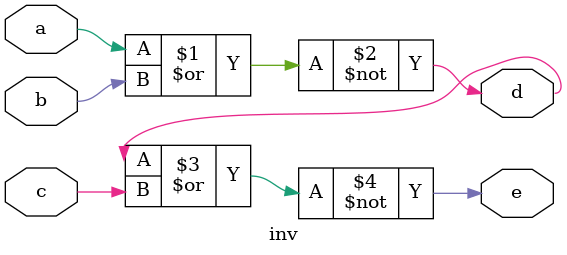
<source format=v>
`timescale 1ns / 1ps


module inv(
    input a,
    input b,
    input c,
    output d,
    output e
    );
assign d = ~(a | b);
assign e = ~(d | c);
endmodule

</source>
